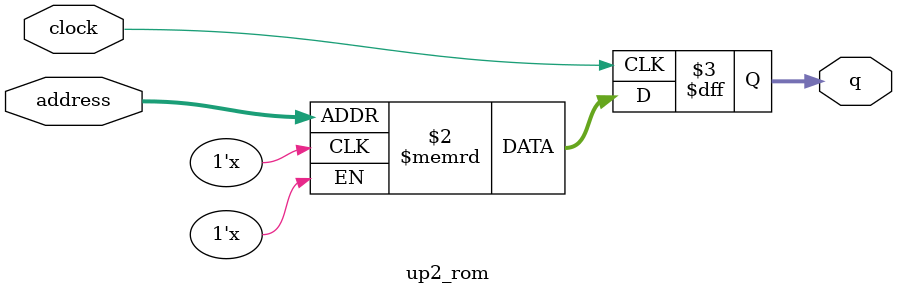
<source format=sv>
module up2_rom (
	input logic clock,
	input logic [9:0] address,
	output logic [3:0] q
);

logic [3:0] memory [0:1023] /* synthesis ram_init_file = "./up2/up2.mif" */;

always_ff @ (posedge clock) begin
	q <= memory[address];
end

endmodule

</source>
